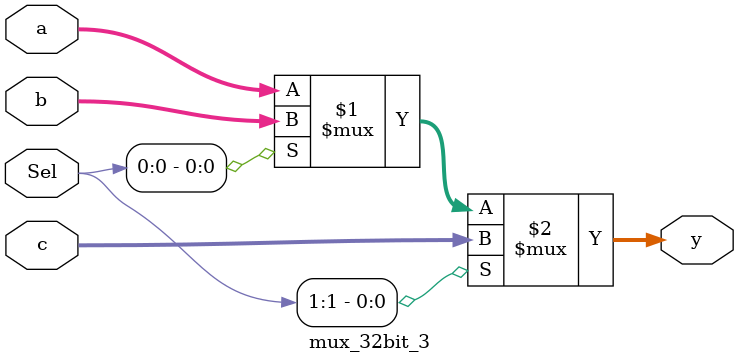
<source format=v>
`timescale 1ns / 1ps

module mux_32bit_3(Sel, a, b, c, y);

input [1:0] Sel;
input [31:0] a, b, c;
output [31:0] y;
	
assign y = (Sel[1] ? c : (Sel[0] ? b : a) );


endmodule
</source>
